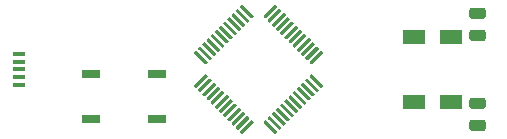
<source format=gbr>
%TF.GenerationSoftware,KiCad,Pcbnew,(5.1.9)-1*%
%TF.CreationDate,2021-02-16T15:18:36+08:00*%
%TF.ProjectId,STM32_Core_Board,53544d33-325f-4436-9f72-655f426f6172,rev?*%
%TF.SameCoordinates,Original*%
%TF.FileFunction,Paste,Top*%
%TF.FilePolarity,Positive*%
%FSLAX46Y46*%
G04 Gerber Fmt 4.6, Leading zero omitted, Abs format (unit mm)*
G04 Created by KiCad (PCBNEW (5.1.9)-1) date 2021-02-16 15:18:36*
%MOMM*%
%LPD*%
G01*
G04 APERTURE LIST*
%ADD10R,1.100000X0.450000*%
%ADD11R,1.900000X1.300000*%
%ADD12R,1.524000X0.762000*%
G04 APERTURE END LIST*
%TO.C,U1*%
G36*
G01*
X81995484Y-151554264D02*
X82932400Y-152491180D01*
G75*
G02*
X82932400Y-152597246I-53033J-53033D01*
G01*
X82826334Y-152703312D01*
G75*
G02*
X82720268Y-152703312I-53033J53033D01*
G01*
X81783352Y-151766396D01*
G75*
G02*
X81783352Y-151660330I53033J53033D01*
G01*
X81889418Y-151554264D01*
G75*
G02*
X81995484Y-151554264I53033J-53033D01*
G01*
G37*
G36*
G01*
X81641930Y-151907818D02*
X82578846Y-152844734D01*
G75*
G02*
X82578846Y-152950800I-53033J-53033D01*
G01*
X82472780Y-153056866D01*
G75*
G02*
X82366714Y-153056866I-53033J53033D01*
G01*
X81429798Y-152119950D01*
G75*
G02*
X81429798Y-152013884I53033J53033D01*
G01*
X81535864Y-151907818D01*
G75*
G02*
X81641930Y-151907818I53033J-53033D01*
G01*
G37*
G36*
G01*
X81288377Y-152261371D02*
X82225293Y-153198287D01*
G75*
G02*
X82225293Y-153304353I-53033J-53033D01*
G01*
X82119227Y-153410419D01*
G75*
G02*
X82013161Y-153410419I-53033J53033D01*
G01*
X81076245Y-152473503D01*
G75*
G02*
X81076245Y-152367437I53033J53033D01*
G01*
X81182311Y-152261371D01*
G75*
G02*
X81288377Y-152261371I53033J-53033D01*
G01*
G37*
G36*
G01*
X80934823Y-152614925D02*
X81871739Y-153551841D01*
G75*
G02*
X81871739Y-153657907I-53033J-53033D01*
G01*
X81765673Y-153763973D01*
G75*
G02*
X81659607Y-153763973I-53033J53033D01*
G01*
X80722691Y-152827057D01*
G75*
G02*
X80722691Y-152720991I53033J53033D01*
G01*
X80828757Y-152614925D01*
G75*
G02*
X80934823Y-152614925I53033J-53033D01*
G01*
G37*
G36*
G01*
X80581270Y-152968478D02*
X81518186Y-153905394D01*
G75*
G02*
X81518186Y-154011460I-53033J-53033D01*
G01*
X81412120Y-154117526D01*
G75*
G02*
X81306054Y-154117526I-53033J53033D01*
G01*
X80369138Y-153180610D01*
G75*
G02*
X80369138Y-153074544I53033J53033D01*
G01*
X80475204Y-152968478D01*
G75*
G02*
X80581270Y-152968478I53033J-53033D01*
G01*
G37*
G36*
G01*
X80227717Y-153322031D02*
X81164633Y-154258947D01*
G75*
G02*
X81164633Y-154365013I-53033J-53033D01*
G01*
X81058567Y-154471079D01*
G75*
G02*
X80952501Y-154471079I-53033J53033D01*
G01*
X80015585Y-153534163D01*
G75*
G02*
X80015585Y-153428097I53033J53033D01*
G01*
X80121651Y-153322031D01*
G75*
G02*
X80227717Y-153322031I53033J-53033D01*
G01*
G37*
G36*
G01*
X79874163Y-153675585D02*
X80811079Y-154612501D01*
G75*
G02*
X80811079Y-154718567I-53033J-53033D01*
G01*
X80705013Y-154824633D01*
G75*
G02*
X80598947Y-154824633I-53033J53033D01*
G01*
X79662031Y-153887717D01*
G75*
G02*
X79662031Y-153781651I53033J53033D01*
G01*
X79768097Y-153675585D01*
G75*
G02*
X79874163Y-153675585I53033J-53033D01*
G01*
G37*
G36*
G01*
X79520610Y-154029138D02*
X80457526Y-154966054D01*
G75*
G02*
X80457526Y-155072120I-53033J-53033D01*
G01*
X80351460Y-155178186D01*
G75*
G02*
X80245394Y-155178186I-53033J53033D01*
G01*
X79308478Y-154241270D01*
G75*
G02*
X79308478Y-154135204I53033J53033D01*
G01*
X79414544Y-154029138D01*
G75*
G02*
X79520610Y-154029138I53033J-53033D01*
G01*
G37*
G36*
G01*
X79167057Y-154382691D02*
X80103973Y-155319607D01*
G75*
G02*
X80103973Y-155425673I-53033J-53033D01*
G01*
X79997907Y-155531739D01*
G75*
G02*
X79891841Y-155531739I-53033J53033D01*
G01*
X78954925Y-154594823D01*
G75*
G02*
X78954925Y-154488757I53033J53033D01*
G01*
X79060991Y-154382691D01*
G75*
G02*
X79167057Y-154382691I53033J-53033D01*
G01*
G37*
G36*
G01*
X78813503Y-154736245D02*
X79750419Y-155673161D01*
G75*
G02*
X79750419Y-155779227I-53033J-53033D01*
G01*
X79644353Y-155885293D01*
G75*
G02*
X79538287Y-155885293I-53033J53033D01*
G01*
X78601371Y-154948377D01*
G75*
G02*
X78601371Y-154842311I53033J53033D01*
G01*
X78707437Y-154736245D01*
G75*
G02*
X78813503Y-154736245I53033J-53033D01*
G01*
G37*
G36*
G01*
X78459950Y-155089798D02*
X79396866Y-156026714D01*
G75*
G02*
X79396866Y-156132780I-53033J-53033D01*
G01*
X79290800Y-156238846D01*
G75*
G02*
X79184734Y-156238846I-53033J53033D01*
G01*
X78247818Y-155301930D01*
G75*
G02*
X78247818Y-155195864I53033J53033D01*
G01*
X78353884Y-155089798D01*
G75*
G02*
X78459950Y-155089798I53033J-53033D01*
G01*
G37*
G36*
G01*
X78106396Y-155443352D02*
X79043312Y-156380268D01*
G75*
G02*
X79043312Y-156486334I-53033J-53033D01*
G01*
X78937246Y-156592400D01*
G75*
G02*
X78831180Y-156592400I-53033J53033D01*
G01*
X77894264Y-155655484D01*
G75*
G02*
X77894264Y-155549418I53033J53033D01*
G01*
X78000330Y-155443352D01*
G75*
G02*
X78106396Y-155443352I53033J-53033D01*
G01*
G37*
G36*
G01*
X76939670Y-155443352D02*
X77045736Y-155549418D01*
G75*
G02*
X77045736Y-155655484I-53033J-53033D01*
G01*
X76108820Y-156592400D01*
G75*
G02*
X76002754Y-156592400I-53033J53033D01*
G01*
X75896688Y-156486334D01*
G75*
G02*
X75896688Y-156380268I53033J53033D01*
G01*
X76833604Y-155443352D01*
G75*
G02*
X76939670Y-155443352I53033J-53033D01*
G01*
G37*
G36*
G01*
X76586116Y-155089798D02*
X76692182Y-155195864D01*
G75*
G02*
X76692182Y-155301930I-53033J-53033D01*
G01*
X75755266Y-156238846D01*
G75*
G02*
X75649200Y-156238846I-53033J53033D01*
G01*
X75543134Y-156132780D01*
G75*
G02*
X75543134Y-156026714I53033J53033D01*
G01*
X76480050Y-155089798D01*
G75*
G02*
X76586116Y-155089798I53033J-53033D01*
G01*
G37*
G36*
G01*
X76232563Y-154736245D02*
X76338629Y-154842311D01*
G75*
G02*
X76338629Y-154948377I-53033J-53033D01*
G01*
X75401713Y-155885293D01*
G75*
G02*
X75295647Y-155885293I-53033J53033D01*
G01*
X75189581Y-155779227D01*
G75*
G02*
X75189581Y-155673161I53033J53033D01*
G01*
X76126497Y-154736245D01*
G75*
G02*
X76232563Y-154736245I53033J-53033D01*
G01*
G37*
G36*
G01*
X75879009Y-154382691D02*
X75985075Y-154488757D01*
G75*
G02*
X75985075Y-154594823I-53033J-53033D01*
G01*
X75048159Y-155531739D01*
G75*
G02*
X74942093Y-155531739I-53033J53033D01*
G01*
X74836027Y-155425673D01*
G75*
G02*
X74836027Y-155319607I53033J53033D01*
G01*
X75772943Y-154382691D01*
G75*
G02*
X75879009Y-154382691I53033J-53033D01*
G01*
G37*
G36*
G01*
X75525456Y-154029138D02*
X75631522Y-154135204D01*
G75*
G02*
X75631522Y-154241270I-53033J-53033D01*
G01*
X74694606Y-155178186D01*
G75*
G02*
X74588540Y-155178186I-53033J53033D01*
G01*
X74482474Y-155072120D01*
G75*
G02*
X74482474Y-154966054I53033J53033D01*
G01*
X75419390Y-154029138D01*
G75*
G02*
X75525456Y-154029138I53033J-53033D01*
G01*
G37*
G36*
G01*
X75171903Y-153675585D02*
X75277969Y-153781651D01*
G75*
G02*
X75277969Y-153887717I-53033J-53033D01*
G01*
X74341053Y-154824633D01*
G75*
G02*
X74234987Y-154824633I-53033J53033D01*
G01*
X74128921Y-154718567D01*
G75*
G02*
X74128921Y-154612501I53033J53033D01*
G01*
X75065837Y-153675585D01*
G75*
G02*
X75171903Y-153675585I53033J-53033D01*
G01*
G37*
G36*
G01*
X74818349Y-153322031D02*
X74924415Y-153428097D01*
G75*
G02*
X74924415Y-153534163I-53033J-53033D01*
G01*
X73987499Y-154471079D01*
G75*
G02*
X73881433Y-154471079I-53033J53033D01*
G01*
X73775367Y-154365013D01*
G75*
G02*
X73775367Y-154258947I53033J53033D01*
G01*
X74712283Y-153322031D01*
G75*
G02*
X74818349Y-153322031I53033J-53033D01*
G01*
G37*
G36*
G01*
X74464796Y-152968478D02*
X74570862Y-153074544D01*
G75*
G02*
X74570862Y-153180610I-53033J-53033D01*
G01*
X73633946Y-154117526D01*
G75*
G02*
X73527880Y-154117526I-53033J53033D01*
G01*
X73421814Y-154011460D01*
G75*
G02*
X73421814Y-153905394I53033J53033D01*
G01*
X74358730Y-152968478D01*
G75*
G02*
X74464796Y-152968478I53033J-53033D01*
G01*
G37*
G36*
G01*
X74111243Y-152614925D02*
X74217309Y-152720991D01*
G75*
G02*
X74217309Y-152827057I-53033J-53033D01*
G01*
X73280393Y-153763973D01*
G75*
G02*
X73174327Y-153763973I-53033J53033D01*
G01*
X73068261Y-153657907D01*
G75*
G02*
X73068261Y-153551841I53033J53033D01*
G01*
X74005177Y-152614925D01*
G75*
G02*
X74111243Y-152614925I53033J-53033D01*
G01*
G37*
G36*
G01*
X73757689Y-152261371D02*
X73863755Y-152367437D01*
G75*
G02*
X73863755Y-152473503I-53033J-53033D01*
G01*
X72926839Y-153410419D01*
G75*
G02*
X72820773Y-153410419I-53033J53033D01*
G01*
X72714707Y-153304353D01*
G75*
G02*
X72714707Y-153198287I53033J53033D01*
G01*
X73651623Y-152261371D01*
G75*
G02*
X73757689Y-152261371I53033J-53033D01*
G01*
G37*
G36*
G01*
X73404136Y-151907818D02*
X73510202Y-152013884D01*
G75*
G02*
X73510202Y-152119950I-53033J-53033D01*
G01*
X72573286Y-153056866D01*
G75*
G02*
X72467220Y-153056866I-53033J53033D01*
G01*
X72361154Y-152950800D01*
G75*
G02*
X72361154Y-152844734I53033J53033D01*
G01*
X73298070Y-151907818D01*
G75*
G02*
X73404136Y-151907818I53033J-53033D01*
G01*
G37*
G36*
G01*
X73050582Y-151554264D02*
X73156648Y-151660330D01*
G75*
G02*
X73156648Y-151766396I-53033J-53033D01*
G01*
X72219732Y-152703312D01*
G75*
G02*
X72113666Y-152703312I-53033J53033D01*
G01*
X72007600Y-152597246D01*
G75*
G02*
X72007600Y-152491180I53033J53033D01*
G01*
X72944516Y-151554264D01*
G75*
G02*
X73050582Y-151554264I53033J-53033D01*
G01*
G37*
G36*
G01*
X72219732Y-149556688D02*
X73156648Y-150493604D01*
G75*
G02*
X73156648Y-150599670I-53033J-53033D01*
G01*
X73050582Y-150705736D01*
G75*
G02*
X72944516Y-150705736I-53033J53033D01*
G01*
X72007600Y-149768820D01*
G75*
G02*
X72007600Y-149662754I53033J53033D01*
G01*
X72113666Y-149556688D01*
G75*
G02*
X72219732Y-149556688I53033J-53033D01*
G01*
G37*
G36*
G01*
X72573286Y-149203134D02*
X73510202Y-150140050D01*
G75*
G02*
X73510202Y-150246116I-53033J-53033D01*
G01*
X73404136Y-150352182D01*
G75*
G02*
X73298070Y-150352182I-53033J53033D01*
G01*
X72361154Y-149415266D01*
G75*
G02*
X72361154Y-149309200I53033J53033D01*
G01*
X72467220Y-149203134D01*
G75*
G02*
X72573286Y-149203134I53033J-53033D01*
G01*
G37*
G36*
G01*
X72926839Y-148849581D02*
X73863755Y-149786497D01*
G75*
G02*
X73863755Y-149892563I-53033J-53033D01*
G01*
X73757689Y-149998629D01*
G75*
G02*
X73651623Y-149998629I-53033J53033D01*
G01*
X72714707Y-149061713D01*
G75*
G02*
X72714707Y-148955647I53033J53033D01*
G01*
X72820773Y-148849581D01*
G75*
G02*
X72926839Y-148849581I53033J-53033D01*
G01*
G37*
G36*
G01*
X73280393Y-148496027D02*
X74217309Y-149432943D01*
G75*
G02*
X74217309Y-149539009I-53033J-53033D01*
G01*
X74111243Y-149645075D01*
G75*
G02*
X74005177Y-149645075I-53033J53033D01*
G01*
X73068261Y-148708159D01*
G75*
G02*
X73068261Y-148602093I53033J53033D01*
G01*
X73174327Y-148496027D01*
G75*
G02*
X73280393Y-148496027I53033J-53033D01*
G01*
G37*
G36*
G01*
X73633946Y-148142474D02*
X74570862Y-149079390D01*
G75*
G02*
X74570862Y-149185456I-53033J-53033D01*
G01*
X74464796Y-149291522D01*
G75*
G02*
X74358730Y-149291522I-53033J53033D01*
G01*
X73421814Y-148354606D01*
G75*
G02*
X73421814Y-148248540I53033J53033D01*
G01*
X73527880Y-148142474D01*
G75*
G02*
X73633946Y-148142474I53033J-53033D01*
G01*
G37*
G36*
G01*
X73987499Y-147788921D02*
X74924415Y-148725837D01*
G75*
G02*
X74924415Y-148831903I-53033J-53033D01*
G01*
X74818349Y-148937969D01*
G75*
G02*
X74712283Y-148937969I-53033J53033D01*
G01*
X73775367Y-148001053D01*
G75*
G02*
X73775367Y-147894987I53033J53033D01*
G01*
X73881433Y-147788921D01*
G75*
G02*
X73987499Y-147788921I53033J-53033D01*
G01*
G37*
G36*
G01*
X74341053Y-147435367D02*
X75277969Y-148372283D01*
G75*
G02*
X75277969Y-148478349I-53033J-53033D01*
G01*
X75171903Y-148584415D01*
G75*
G02*
X75065837Y-148584415I-53033J53033D01*
G01*
X74128921Y-147647499D01*
G75*
G02*
X74128921Y-147541433I53033J53033D01*
G01*
X74234987Y-147435367D01*
G75*
G02*
X74341053Y-147435367I53033J-53033D01*
G01*
G37*
G36*
G01*
X74694606Y-147081814D02*
X75631522Y-148018730D01*
G75*
G02*
X75631522Y-148124796I-53033J-53033D01*
G01*
X75525456Y-148230862D01*
G75*
G02*
X75419390Y-148230862I-53033J53033D01*
G01*
X74482474Y-147293946D01*
G75*
G02*
X74482474Y-147187880I53033J53033D01*
G01*
X74588540Y-147081814D01*
G75*
G02*
X74694606Y-147081814I53033J-53033D01*
G01*
G37*
G36*
G01*
X75048159Y-146728261D02*
X75985075Y-147665177D01*
G75*
G02*
X75985075Y-147771243I-53033J-53033D01*
G01*
X75879009Y-147877309D01*
G75*
G02*
X75772943Y-147877309I-53033J53033D01*
G01*
X74836027Y-146940393D01*
G75*
G02*
X74836027Y-146834327I53033J53033D01*
G01*
X74942093Y-146728261D01*
G75*
G02*
X75048159Y-146728261I53033J-53033D01*
G01*
G37*
G36*
G01*
X75401713Y-146374707D02*
X76338629Y-147311623D01*
G75*
G02*
X76338629Y-147417689I-53033J-53033D01*
G01*
X76232563Y-147523755D01*
G75*
G02*
X76126497Y-147523755I-53033J53033D01*
G01*
X75189581Y-146586839D01*
G75*
G02*
X75189581Y-146480773I53033J53033D01*
G01*
X75295647Y-146374707D01*
G75*
G02*
X75401713Y-146374707I53033J-53033D01*
G01*
G37*
G36*
G01*
X75755266Y-146021154D02*
X76692182Y-146958070D01*
G75*
G02*
X76692182Y-147064136I-53033J-53033D01*
G01*
X76586116Y-147170202D01*
G75*
G02*
X76480050Y-147170202I-53033J53033D01*
G01*
X75543134Y-146233286D01*
G75*
G02*
X75543134Y-146127220I53033J53033D01*
G01*
X75649200Y-146021154D01*
G75*
G02*
X75755266Y-146021154I53033J-53033D01*
G01*
G37*
G36*
G01*
X76108820Y-145667600D02*
X77045736Y-146604516D01*
G75*
G02*
X77045736Y-146710582I-53033J-53033D01*
G01*
X76939670Y-146816648D01*
G75*
G02*
X76833604Y-146816648I-53033J53033D01*
G01*
X75896688Y-145879732D01*
G75*
G02*
X75896688Y-145773666I53033J53033D01*
G01*
X76002754Y-145667600D01*
G75*
G02*
X76108820Y-145667600I53033J-53033D01*
G01*
G37*
G36*
G01*
X78937246Y-145667600D02*
X79043312Y-145773666D01*
G75*
G02*
X79043312Y-145879732I-53033J-53033D01*
G01*
X78106396Y-146816648D01*
G75*
G02*
X78000330Y-146816648I-53033J53033D01*
G01*
X77894264Y-146710582D01*
G75*
G02*
X77894264Y-146604516I53033J53033D01*
G01*
X78831180Y-145667600D01*
G75*
G02*
X78937246Y-145667600I53033J-53033D01*
G01*
G37*
G36*
G01*
X79290800Y-146021154D02*
X79396866Y-146127220D01*
G75*
G02*
X79396866Y-146233286I-53033J-53033D01*
G01*
X78459950Y-147170202D01*
G75*
G02*
X78353884Y-147170202I-53033J53033D01*
G01*
X78247818Y-147064136D01*
G75*
G02*
X78247818Y-146958070I53033J53033D01*
G01*
X79184734Y-146021154D01*
G75*
G02*
X79290800Y-146021154I53033J-53033D01*
G01*
G37*
G36*
G01*
X79644353Y-146374707D02*
X79750419Y-146480773D01*
G75*
G02*
X79750419Y-146586839I-53033J-53033D01*
G01*
X78813503Y-147523755D01*
G75*
G02*
X78707437Y-147523755I-53033J53033D01*
G01*
X78601371Y-147417689D01*
G75*
G02*
X78601371Y-147311623I53033J53033D01*
G01*
X79538287Y-146374707D01*
G75*
G02*
X79644353Y-146374707I53033J-53033D01*
G01*
G37*
G36*
G01*
X79997907Y-146728261D02*
X80103973Y-146834327D01*
G75*
G02*
X80103973Y-146940393I-53033J-53033D01*
G01*
X79167057Y-147877309D01*
G75*
G02*
X79060991Y-147877309I-53033J53033D01*
G01*
X78954925Y-147771243D01*
G75*
G02*
X78954925Y-147665177I53033J53033D01*
G01*
X79891841Y-146728261D01*
G75*
G02*
X79997907Y-146728261I53033J-53033D01*
G01*
G37*
G36*
G01*
X80351460Y-147081814D02*
X80457526Y-147187880D01*
G75*
G02*
X80457526Y-147293946I-53033J-53033D01*
G01*
X79520610Y-148230862D01*
G75*
G02*
X79414544Y-148230862I-53033J53033D01*
G01*
X79308478Y-148124796D01*
G75*
G02*
X79308478Y-148018730I53033J53033D01*
G01*
X80245394Y-147081814D01*
G75*
G02*
X80351460Y-147081814I53033J-53033D01*
G01*
G37*
G36*
G01*
X80705013Y-147435367D02*
X80811079Y-147541433D01*
G75*
G02*
X80811079Y-147647499I-53033J-53033D01*
G01*
X79874163Y-148584415D01*
G75*
G02*
X79768097Y-148584415I-53033J53033D01*
G01*
X79662031Y-148478349D01*
G75*
G02*
X79662031Y-148372283I53033J53033D01*
G01*
X80598947Y-147435367D01*
G75*
G02*
X80705013Y-147435367I53033J-53033D01*
G01*
G37*
G36*
G01*
X81058567Y-147788921D02*
X81164633Y-147894987D01*
G75*
G02*
X81164633Y-148001053I-53033J-53033D01*
G01*
X80227717Y-148937969D01*
G75*
G02*
X80121651Y-148937969I-53033J53033D01*
G01*
X80015585Y-148831903D01*
G75*
G02*
X80015585Y-148725837I53033J53033D01*
G01*
X80952501Y-147788921D01*
G75*
G02*
X81058567Y-147788921I53033J-53033D01*
G01*
G37*
G36*
G01*
X81412120Y-148142474D02*
X81518186Y-148248540D01*
G75*
G02*
X81518186Y-148354606I-53033J-53033D01*
G01*
X80581270Y-149291522D01*
G75*
G02*
X80475204Y-149291522I-53033J53033D01*
G01*
X80369138Y-149185456D01*
G75*
G02*
X80369138Y-149079390I53033J53033D01*
G01*
X81306054Y-148142474D01*
G75*
G02*
X81412120Y-148142474I53033J-53033D01*
G01*
G37*
G36*
G01*
X81765673Y-148496027D02*
X81871739Y-148602093D01*
G75*
G02*
X81871739Y-148708159I-53033J-53033D01*
G01*
X80934823Y-149645075D01*
G75*
G02*
X80828757Y-149645075I-53033J53033D01*
G01*
X80722691Y-149539009D01*
G75*
G02*
X80722691Y-149432943I53033J53033D01*
G01*
X81659607Y-148496027D01*
G75*
G02*
X81765673Y-148496027I53033J-53033D01*
G01*
G37*
G36*
G01*
X82119227Y-148849581D02*
X82225293Y-148955647D01*
G75*
G02*
X82225293Y-149061713I-53033J-53033D01*
G01*
X81288377Y-149998629D01*
G75*
G02*
X81182311Y-149998629I-53033J53033D01*
G01*
X81076245Y-149892563D01*
G75*
G02*
X81076245Y-149786497I53033J53033D01*
G01*
X82013161Y-148849581D01*
G75*
G02*
X82119227Y-148849581I53033J-53033D01*
G01*
G37*
G36*
G01*
X82472780Y-149203134D02*
X82578846Y-149309200D01*
G75*
G02*
X82578846Y-149415266I-53033J-53033D01*
G01*
X81641930Y-150352182D01*
G75*
G02*
X81535864Y-150352182I-53033J53033D01*
G01*
X81429798Y-150246116D01*
G75*
G02*
X81429798Y-150140050I53033J53033D01*
G01*
X82366714Y-149203134D01*
G75*
G02*
X82472780Y-149203134I53033J-53033D01*
G01*
G37*
G36*
G01*
X82826334Y-149556688D02*
X82932400Y-149662754D01*
G75*
G02*
X82932400Y-149768820I-53033J-53033D01*
G01*
X81995484Y-150705736D01*
G75*
G02*
X81889418Y-150705736I-53033J53033D01*
G01*
X81783352Y-150599670D01*
G75*
G02*
X81783352Y-150493604I53033J53033D01*
G01*
X82720268Y-149556688D01*
G75*
G02*
X82826334Y-149556688I53033J-53033D01*
G01*
G37*
%TD*%
D10*
%TO.C,J1*%
X57150000Y-149830000D03*
X57150000Y-150480000D03*
X57150000Y-151130000D03*
X57150000Y-151780000D03*
X57150000Y-152430000D03*
%TD*%
D11*
%TO.C,Y2*%
X93802000Y-148380000D03*
X93802000Y-153880000D03*
X90602000Y-153880000D03*
X90602000Y-148380000D03*
%TD*%
D12*
%TO.C,SW1*%
X63246000Y-151511000D03*
X68834000Y-151511000D03*
X63246000Y-155321000D03*
X68834000Y-155321000D03*
%TD*%
%TO.C,D2*%
G36*
G01*
X95555750Y-147770000D02*
X96468250Y-147770000D01*
G75*
G02*
X96712000Y-148013750I0J-243750D01*
G01*
X96712000Y-148501250D01*
G75*
G02*
X96468250Y-148745000I-243750J0D01*
G01*
X95555750Y-148745000D01*
G75*
G02*
X95312000Y-148501250I0J243750D01*
G01*
X95312000Y-148013750D01*
G75*
G02*
X95555750Y-147770000I243750J0D01*
G01*
G37*
G36*
G01*
X95555750Y-145895000D02*
X96468250Y-145895000D01*
G75*
G02*
X96712000Y-146138750I0J-243750D01*
G01*
X96712000Y-146626250D01*
G75*
G02*
X96468250Y-146870000I-243750J0D01*
G01*
X95555750Y-146870000D01*
G75*
G02*
X95312000Y-146626250I0J243750D01*
G01*
X95312000Y-146138750D01*
G75*
G02*
X95555750Y-145895000I243750J0D01*
G01*
G37*
%TD*%
%TO.C,D1*%
G36*
G01*
X96468250Y-154490000D02*
X95555750Y-154490000D01*
G75*
G02*
X95312000Y-154246250I0J243750D01*
G01*
X95312000Y-153758750D01*
G75*
G02*
X95555750Y-153515000I243750J0D01*
G01*
X96468250Y-153515000D01*
G75*
G02*
X96712000Y-153758750I0J-243750D01*
G01*
X96712000Y-154246250D01*
G75*
G02*
X96468250Y-154490000I-243750J0D01*
G01*
G37*
G36*
G01*
X96468250Y-156365000D02*
X95555750Y-156365000D01*
G75*
G02*
X95312000Y-156121250I0J243750D01*
G01*
X95312000Y-155633750D01*
G75*
G02*
X95555750Y-155390000I243750J0D01*
G01*
X96468250Y-155390000D01*
G75*
G02*
X96712000Y-155633750I0J-243750D01*
G01*
X96712000Y-156121250D01*
G75*
G02*
X96468250Y-156365000I-243750J0D01*
G01*
G37*
%TD*%
M02*

</source>
